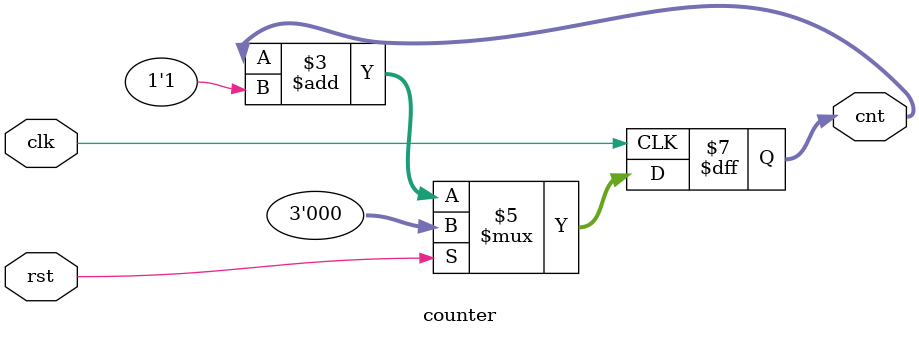
<source format=v>
module counter(cnt,clk,rst);
input clk,rst;
output reg [2:0]cnt;

always @ (posedge clk)   
begin
 if(rst==1'b1)
 cnt <= 3'b000;
 else
 cnt <= cnt+1'b1;
end
endmodule

</source>
